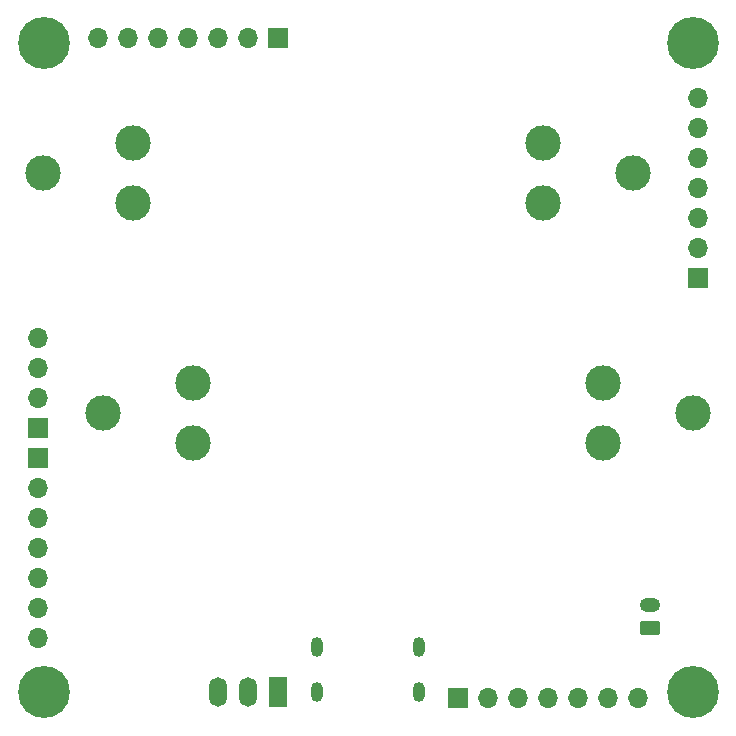
<source format=gbs>
G04 #@! TF.GenerationSoftware,KiCad,Pcbnew,(6.0.9)*
G04 #@! TF.CreationDate,2024-01-10T20:12:20+09:00*
G04 #@! TF.ProjectId,BatteryBoard,42617474-6572-4794-926f-6172642e6b69,rev?*
G04 #@! TF.SameCoordinates,Original*
G04 #@! TF.FileFunction,Soldermask,Bot*
G04 #@! TF.FilePolarity,Negative*
%FSLAX46Y46*%
G04 Gerber Fmt 4.6, Leading zero omitted, Abs format (unit mm)*
G04 Created by KiCad (PCBNEW (6.0.9)) date 2024-01-10 20:12:20*
%MOMM*%
%LPD*%
G01*
G04 APERTURE LIST*
G04 Aperture macros list*
%AMRoundRect*
0 Rectangle with rounded corners*
0 $1 Rounding radius*
0 $2 $3 $4 $5 $6 $7 $8 $9 X,Y pos of 4 corners*
0 Add a 4 corners polygon primitive as box body*
4,1,4,$2,$3,$4,$5,$6,$7,$8,$9,$2,$3,0*
0 Add four circle primitives for the rounded corners*
1,1,$1+$1,$2,$3*
1,1,$1+$1,$4,$5*
1,1,$1+$1,$6,$7*
1,1,$1+$1,$8,$9*
0 Add four rect primitives between the rounded corners*
20,1,$1+$1,$2,$3,$4,$5,0*
20,1,$1+$1,$4,$5,$6,$7,0*
20,1,$1+$1,$6,$7,$8,$9,0*
20,1,$1+$1,$8,$9,$2,$3,0*%
G04 Aperture macros list end*
%ADD10R,1.500000X2.500000*%
%ADD11O,1.500000X2.500000*%
%ADD12C,3.000000*%
%ADD13R,1.700000X1.700000*%
%ADD14O,1.700000X1.700000*%
%ADD15O,1.000000X1.700000*%
%ADD16C,0.700000*%
%ADD17C,4.400000*%
%ADD18RoundRect,0.250000X0.625000X-0.350000X0.625000X0.350000X-0.625000X0.350000X-0.625000X-0.350000X0*%
%ADD19O,1.750000X1.200000*%
G04 APERTURE END LIST*
D10*
X142380000Y-127432000D03*
D11*
X139840000Y-127432000D03*
X137300000Y-127432000D03*
D12*
X164810000Y-80950000D03*
X164810000Y-86030000D03*
X172430000Y-83490000D03*
X122490000Y-83490000D03*
X130110000Y-80950000D03*
X130110000Y-86030000D03*
D13*
X122060000Y-107620000D03*
D14*
X122060000Y-110160000D03*
X122060000Y-112700000D03*
X122060000Y-115240000D03*
X122060000Y-117780000D03*
X122060000Y-120320000D03*
X122060000Y-122860000D03*
D15*
X145680000Y-123641000D03*
X154320000Y-123641000D03*
X145680000Y-127441000D03*
X154320000Y-127441000D03*
D16*
X175850000Y-127500000D03*
X178666726Y-128666726D03*
X178666726Y-126333274D03*
X179150000Y-127500000D03*
D17*
X177500000Y-127500000D03*
D16*
X177500000Y-129150000D03*
X177500000Y-125850000D03*
X176333274Y-126333274D03*
X176333274Y-128666726D03*
D12*
X127570000Y-103810000D03*
X135190000Y-106350000D03*
X135190000Y-101270000D03*
X169890000Y-101270000D03*
X177510000Y-103810000D03*
X169890000Y-106350000D03*
D13*
X142380000Y-72060000D03*
D14*
X139840000Y-72060000D03*
X137300000Y-72060000D03*
X134760000Y-72060000D03*
X132220000Y-72060000D03*
X129680000Y-72060000D03*
X127140000Y-72060000D03*
D18*
X173834000Y-122082000D03*
D19*
X173834000Y-120082000D03*
D13*
X122060000Y-105080000D03*
D14*
X122060000Y-102540000D03*
X122060000Y-100000000D03*
X122060000Y-97460000D03*
D13*
X177940000Y-92380000D03*
D14*
X177940000Y-89840000D03*
X177940000Y-87300000D03*
X177940000Y-84760000D03*
X177940000Y-82220000D03*
X177940000Y-79680000D03*
X177940000Y-77140000D03*
D13*
X157620000Y-127940000D03*
D14*
X160160000Y-127940000D03*
X162700000Y-127940000D03*
X165240000Y-127940000D03*
X167780000Y-127940000D03*
X170320000Y-127940000D03*
X172860000Y-127940000D03*
D16*
X122500000Y-129150000D03*
X123666726Y-128666726D03*
X121333274Y-128666726D03*
X121333274Y-126333274D03*
X122500000Y-125850000D03*
X124150000Y-127500000D03*
X120850000Y-127500000D03*
D17*
X122500000Y-127500000D03*
D16*
X123666726Y-126333274D03*
X123666726Y-73666726D03*
X121333274Y-71333274D03*
D17*
X122500000Y-72500000D03*
D16*
X121333274Y-73666726D03*
X123666726Y-71333274D03*
X120850000Y-72500000D03*
X122500000Y-70850000D03*
X124150000Y-72500000D03*
X122500000Y-74150000D03*
X178666726Y-71333274D03*
X175850000Y-72500000D03*
X176333274Y-71333274D03*
X176333274Y-73666726D03*
X177500000Y-70850000D03*
X179150000Y-72500000D03*
X177500000Y-74150000D03*
X178666726Y-73666726D03*
D17*
X177500000Y-72500000D03*
M02*

</source>
